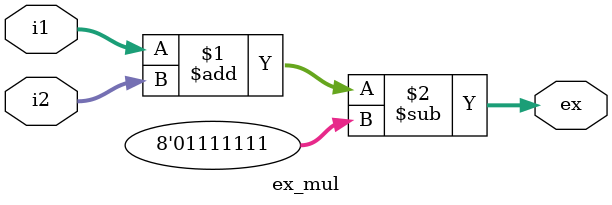
<source format=v>
module ex_mul (i1, i2, ex);
input [7:0] i1, i2;
output [7:0] ex;

wire [7:0] ex;

assign ex = i1 + i2 - 8'd127;
endmodule
</source>
